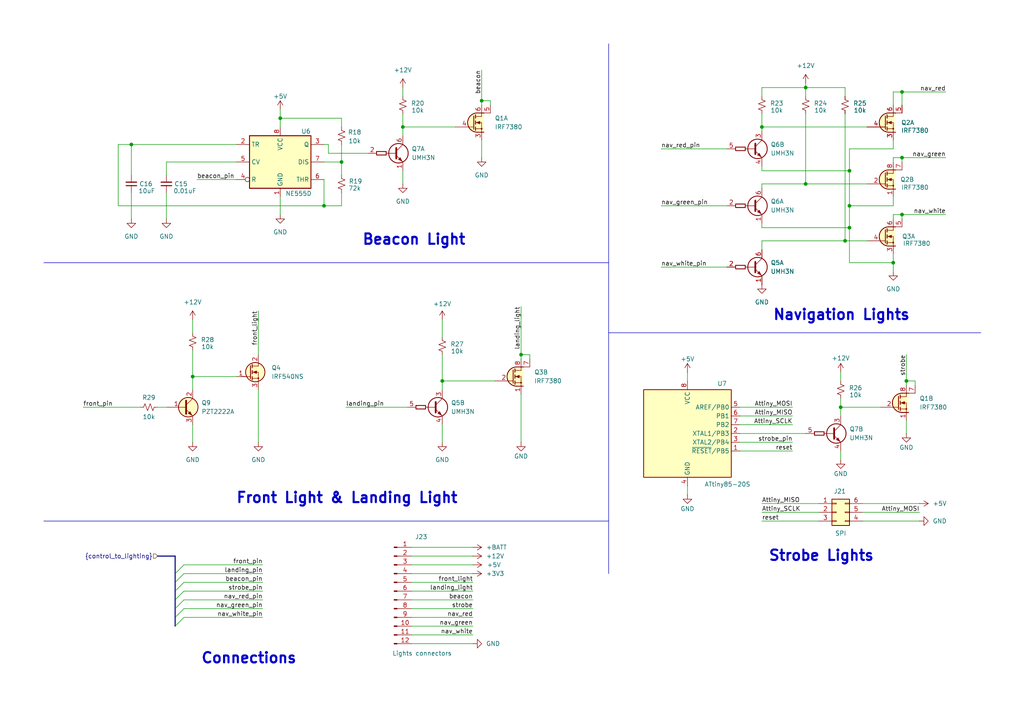
<source format=kicad_sch>
(kicad_sch (version 20231120) (generator "eeschema") (generator_version "8.0")
  (paper "A4")
  (title_block (title "Lighting Unit") (date "2024-07-07") (company "SCHOOL OF AIR DEFENCE  - TANGA"))
  (lib_symbols
    (symbol "Connector:Conn_01x12_Pin" (pin_names (offset 1.016) hide)
      (property "Reference" "J" (at 0 15.24 0))
      (property "Value" "Conn_01x12_Pin" (at 0 -17.78 0))
      (symbol "Conn_01x12_Pin_1_1"
        (polyline (pts (xy 1.27 -15.24) (xy 0.8636 -15.24)) (stroke (width 0.1524)))
        (polyline (pts (xy 1.27 -12.7) (xy 0.8636 -12.7)) (stroke (width 0.1524)))
        (polyline (pts (xy 1.27 -10.16) (xy 0.8636 -10.16)) (stroke (width 0.1524)))
        (polyline (pts (xy 1.27 -7.62) (xy 0.8636 -7.62)) (stroke (width 0.1524)))
        (polyline (pts (xy 1.27 -5.08) (xy 0.8636 -5.08)) (stroke (width 0.1524)))
        (polyline (pts (xy 1.27 -2.54) (xy 0.8636 -2.54)) (stroke (width 0.1524)))
        (polyline (pts (xy 1.27 0) (xy 0.8636 0)) (stroke (width 0.1524)))
        (polyline (pts (xy 1.27 2.54) (xy 0.8636 2.54)) (stroke (width 0.1524)))
        (polyline (pts (xy 1.27 5.08) (xy 0.8636 5.08)) (stroke (width 0.1524)))
        (polyline (pts (xy 1.27 7.62) (xy 0.8636 7.62)) (stroke (width 0.1524)))
        (polyline (pts (xy 1.27 10.16) (xy 0.8636 10.16)) (stroke (width 0.1524)))
        (polyline (pts (xy 1.27 12.7) (xy 0.8636 12.7)) (stroke (width 0.1524)))
        (rectangle (start 0.8636 -15.113) (end 0 -15.367) (stroke (width 0.1524)) (fill (type outline)))
        (rectangle (start 0.8636 -12.573) (end 0 -12.827) (stroke (width 0.1524)) (fill (type outline)))
        (rectangle (start 0.8636 -10.033) (end 0 -10.287) (stroke (width 0.1524)) (fill (type outline)))
        (rectangle (start 0.8636 -7.493) (end 0 -7.747) (stroke (width 0.1524)) (fill (type outline)))
        (rectangle (start 0.8636 -4.953) (end 0 -5.207) (stroke (width 0.1524)) (fill (type outline)))
        (rectangle (start 0.8636 -2.413) (end 0 -2.667) (stroke (width 0.1524)) (fill (type outline)))
        (rectangle (start 0.8636 0.127) (end 0 -0.127) (stroke (width 0.1524)) (fill (type outline)))
        (rectangle (start 0.8636 2.667) (end 0 2.413) (stroke (width 0.1524)) (fill (type outline)))
        (rectangle (start 0.8636 5.207) (end 0 4.953) (stroke (width 0.1524)) (fill (type outline)))
        (rectangle (start 0.8636 7.747) (end 0 7.493) (stroke (width 0.1524)) (fill (type outline)))
        (rectangle (start 0.8636 10.287) (end 0 10.033) (stroke (width 0.1524)) (fill (type outline)))
        (rectangle (start 0.8636 12.827) (end 0 12.573) (stroke (width 0.1524)) (fill (type outline)))
        (pin passive line (at 5.08 12.7 180) (length 3.81) (name "Pin_1") (number "1"))
        (pin passive line (at 5.08 -10.16 180) (length 3.81) (name "Pin_10") (number "10"))
        (pin passive line (at 5.08 -12.7 180) (length 3.81) (name "Pin_11") (number "11"))
        (pin passive line (at 5.08 -15.24 180) (length 3.81) (name "Pin_12") (number "12"))
        (pin passive line (at 5.08 10.16 180) (length 3.81) (name "Pin_2") (number "2"))
        (pin passive line (at 5.08 7.62 180) (length 3.81) (name "Pin_3") (number "3"))
        (pin passive line (at 5.08 5.08 180) (length 3.81) (name "Pin_4") (number "4"))
        (pin passive line (at 5.08 2.54 180) (length 3.81) (name "Pin_5") (number "5"))
        (pin passive line (at 5.08 0 180) (length 3.81) (name "Pin_6") (number "6"))
        (pin passive line (at 5.08 -2.54 180) (length 3.81) (name "Pin_7") (number "7"))
        (pin passive line (at 5.08 -5.08 180) (length 3.81) (name "Pin_8") (number "8"))
        (pin passive line (at 5.08 -7.62 180) (length 3.81) (name "Pin_9") (number "9"))
      )
    )
    (symbol "Connector_Generic:Conn_02x03_Counter_Clockwise" (pin_names (offset 1.016) hide)
      (property "Reference" "J" (at 1.27 5.08 0))
      (property "Value" "Conn_02x03_Counter_Clockwise" (at 1.27 -5.08 0))
      (symbol "Conn_02x03_Counter_Clockwise_1_1"
        (rectangle (start -1.27 -2.413) (end 0 -2.667) (stroke (width 0.1524)))
        (rectangle (start -1.27 0.127) (end 0 -0.127) (stroke (width 0.1524)))
        (rectangle (start -1.27 2.667) (end 0 2.413) (stroke (width 0.1524)))
        (rectangle (start -1.27 3.81) (end 3.81 -3.81) (stroke (width 0.254)) (fill (type background)))
        (rectangle (start 3.81 -2.413) (end 2.54 -2.667) (stroke (width 0.1524)))
        (rectangle (start 3.81 0.127) (end 2.54 -0.127) (stroke (width 0.1524)))
        (rectangle (start 3.81 2.667) (end 2.54 2.413) (stroke (width 0.1524)))
        (pin passive line (at -5.08 2.54 0) (length 3.81) (name "Pin_1") (number "1"))
        (pin passive line (at -5.08 0 0) (length 3.81) (name "Pin_2") (number "2"))
        (pin passive line (at -5.08 -2.54 0) (length 3.81) (name "Pin_3") (number "3"))
        (pin passive line (at 7.62 -2.54 180) (length 3.81) (name "Pin_4") (number "4"))
        (pin passive line (at 7.62 0 180) (length 3.81) (name "Pin_5") (number "5"))
        (pin passive line (at 7.62 2.54 180) (length 3.81) (name "Pin_6") (number "6"))
      )
    )
    (symbol "Device:C_Small" (pin_numbers hide) (pin_names (offset 0.254) hide)
      (property "Reference" "C" (at 0.254 1.778 0))
      (property "Value" "C_Small" (at 0.254 -2.032 0))
      (symbol "C_Small_0_1"
        (polyline (pts (xy -1.524 -0.508) (xy 1.524 -0.508)) (stroke (width 0.3302)))
        (polyline (pts (xy -1.524 0.508) (xy 1.524 0.508)) (stroke (width 0.3048)))
      )
      (symbol "C_Small_1_1"
        (pin passive line (at 0 2.54 270) (length 2.032) (name "~") (number "1"))
        (pin passive line (at 0 -2.54 90) (length 2.032) (name "~") (number "2"))
      )
    )
    (symbol "Device:R_Small_US" (pin_numbers hide) (pin_names (offset 0.254) hide)
      (property "Reference" "R" (at 0.762 0.508 0))
      (property "Value" "R_Small_US" (at 0.762 -1.016 0))
      (symbol "R_Small_US_1_1"
        (polyline (pts (xy 0 0) (xy 1.016 -0.381) (xy 0 -0.762) (xy -1.016 -1.143) (xy 0 -1.524)))
        (polyline (pts (xy 0 1.524) (xy 1.016 1.143) (xy 0 0.762) (xy -1.016 0.381) (xy 0 0)))
        (pin passive line (at 0 2.54 270) (length 1.016) (name "~") (number "1"))
        (pin passive line (at 0 -2.54 90) (length 1.016) (name "~") (number "2"))
      )
    )
    (symbol "MCU_Microchip_ATtiny:ATtiny85-20S"
      (property "Reference" "U" (at -12.7 13.97 0))
      (property "Value" "ATtiny85-20S" (at 2.54 -13.97 0))
      (symbol "ATtiny85-20S_0_1"
        (rectangle (start -12.7 -12.7) (end 12.7 12.7) (stroke (width 0.254)) (fill (type background)))
      )
      (symbol "ATtiny85-20S_1_1"
        (pin bidirectional line (at 15.24 -5.08 180) (length 2.54) (name "~{RESET}/PB5") (number "1"))
        (pin bidirectional line (at 15.24 0 180) (length 2.54) (name "XTAL1/PB3") (number "2"))
        (pin bidirectional line (at 15.24 -2.54 180) (length 2.54) (name "XTAL2/PB4") (number "3"))
        (pin power_in line (at 0 -15.24 90) (length 2.54) (name "GND") (number "4"))
        (pin bidirectional line (at 15.24 7.62 180) (length 2.54) (name "AREF/PB0") (number "5"))
        (pin bidirectional line (at 15.24 5.08 180) (length 2.54) (name "PB1") (number "6"))
        (pin bidirectional line (at 15.24 2.54 180) (length 2.54) (name "PB2") (number "7"))
        (pin power_in line (at 0 15.24 270) (length 2.54) (name "VCC") (number "8"))
      )
    )
    (symbol "PCM_Transistor_BJT_AKL:PZT2222A" (pin_names hide)
      (property "Reference" "Q" (at 5.08 1.27 0))
      (property "Value" "PZT2222A" (at 5.08 -1.27 0))
      (symbol "PZT2222A_0_1"
        (polyline (pts (xy 0.635 0.635) (xy 2.54 2.54)))
        (polyline (pts (xy 0.635 -0.635) (xy 2.54 -2.54) (xy 2.54 -2.54)))
        (polyline (pts (xy 0.635 1.905) (xy 0.635 -1.905) (xy 0.635 -1.905)) (stroke (width 0.508)))
        (polyline (pts (xy 1.27 -1.778) (xy 1.778 -1.27) (xy 2.286 -2.286) (xy 1.27 -1.778) (xy 1.27 -1.778)) (fill (type outline)))
        (circle (center 1.27 0) (radius 2.8194) (stroke (width 0.254)) (fill (type background)))
      )
      (symbol "PZT2222A_1_1"
        (pin input line (at -5.08 0 0) (length 5.715) (name "B") (number "1"))
        (pin passive line (at 2.54 5.08 270) (length 2.54) (name "C") (number "2"))
        (pin passive line (at 2.54 -5.08 90) (length 2.54) (name "E") (number "3"))
      )
    )
    (symbol "PCM_Transistor_MOSFET_AKL:IRF540NS" (pin_names hide)
      (property "Reference" "Q" (at 5.08 1.27 0))
      (property "Value" "IRF540NS" (at 5.08 -1.27 0))
      (symbol "IRF540NS_0_1"
        (polyline (pts (xy 0.254 -1.27) (xy -2.54 -1.27)))
        (polyline (pts (xy 0.254 1.905) (xy 0.254 -1.905)) (stroke (width 0.254)))
        (polyline (pts (xy 0.762 -1.778) (xy 2.54 -1.778)))
        (polyline (pts (xy 0.762 -1.27) (xy 0.762 -2.286)) (stroke (width 0.254)))
        (polyline (pts (xy 0.762 0.508) (xy 0.762 -0.508)) (stroke (width 0.254)))
        (polyline (pts (xy 0.762 2.286) (xy 0.762 1.27)) (stroke (width 0.254)))
        (polyline (pts (xy 2.54 1.778) (xy 0.762 1.778)))
        (polyline (pts (xy 2.54 2.54) (xy 2.54 1.778)))
        (polyline (pts (xy 2.54 -2.54) (xy 2.54 0) (xy 0.762 0)))
        (polyline (pts (xy 1.016 0) (xy 2.032 0.381) (xy 2.032 -0.381) (xy 1.016 0)) (fill (type outline)))
        (circle (center 1.651 0) (radius 2.794) (stroke (width 0.254)) (fill (type background)))
        (circle (center 2.54 -1.778) (radius 0.1778) (fill (type outline)))
      )
      (symbol "IRF540NS_1_1"
        (pin input line (at -3.81 -1.27 0) (length 2.54) (name "G") (number "1"))
        (pin passive line (at 2.54 5.08 270) (length 2.54) (name "D") (number "2"))
        (pin passive line (at 2.54 -5.08 90) (length 2.54) (name "S") (number "3"))
      )
    )
    (symbol "PCM_Transistor_MOSFET_AKL:IRF7380" (pin_names (offset 1.016) hide)
      (property "Reference" "Q" (at 5.08 1.27 0))
      (property "Value" "IRF7380" (at 5.08 -1.27 0))
      (symbol "IRF7380_1_1"
        (polyline (pts (xy -1.016 1.905) (xy -1.016 -1.905)) (stroke (width 0.254)))
        (polyline (pts (xy -0.508 -1.778) (xy 1.27 -1.778)))
        (polyline (pts (xy -0.508 -1.27) (xy -0.508 -2.286)) (stroke (width 0.254)))
        (polyline (pts (xy -0.508 0.508) (xy -0.508 -0.508)) (stroke (width 0.254)))
        (polyline (pts (xy -0.508 2.286) (xy -0.508 1.27)) (stroke (width 0.254)))
        (polyline (pts (xy 0 -2.794) (xy 1.905 -2.794)) (stroke (width 0.254)))
        (polyline (pts (xy 0 2.794) (xy 1.905 2.794)) (stroke (width 0.254)))
        (polyline (pts (xy 1.27 1.778) (xy -0.508 1.778)))
        (polyline (pts (xy 1.27 2.54) (xy 1.27 1.778)))
        (polyline (pts (xy 1.27 2.54) (xy 1.27 2.794)))
        (polyline (pts (xy 3.81 2.794) (xy 1.27 2.794)))
        (polyline (pts (xy 1.27 -2.54) (xy 1.27 0) (xy -0.508 0)))
        (polyline (pts (xy -0.254 0) (xy 0.762 0.381) (xy 0.762 -0.381) (xy -0.254 0)) (fill (type outline)))
        (polyline (pts (xy 1.905 -2.794) (xy -0.254 -2.794) (xy -1.397 -2.413) (xy -2.286 -1.651) (xy -2.667 -0.762) (xy -2.794 0.127) (xy -2.54 1.143) (xy -2.032 1.905) (xy -1.397 2.413) (xy -0.508 2.794) (xy 1.905 2.794)) (fill (type background)))
        (arc (start 0 2.794) (mid -2.7819 0) (end 0 -2.794) (stroke (width 0.254)))
        (circle (center 1.27 -1.778) (radius 0.1778) (fill (type outline)))
        (pin passive line (at 1.27 -5.08 90) (length 2.54) (name "S1") (number "3"))
        (pin input line (at -6.35 -1.27 0) (length 5.207) (name "G1") (number "4"))
        (pin passive line (at 3.81 5.08 270) (length 2.286) (name "D1") (number "5"))
        (pin passive line (at 1.27 5.08 270) (length 2.286) (name "D1") (number "6"))
      )
      (symbol "IRF7380_2_1"
        (polyline (pts (xy -1.016 1.905) (xy -1.016 -1.905)) (stroke (width 0.254)))
        (polyline (pts (xy -0.508 -1.778) (xy 1.27 -1.778)))
        (polyline (pts (xy -0.508 -1.27) (xy -0.508 -2.286)) (stroke (width 0.254)))
        (polyline (pts (xy -0.508 0.508) (xy -0.508 -0.508)) (stroke (width 0.254)))
        (polyline (pts (xy -0.508 2.286) (xy -0.508 1.27)) (stroke (width 0.254)))
        (polyline (pts (xy 0 -2.794) (xy 1.905 -2.794)) (stroke (width 0.254)))
        (polyline (pts (xy 0 2.794) (xy 1.905 2.794)) (stroke (width 0.254)))
        (polyline (pts (xy 1.27 1.778) (xy -0.508 1.778)))
        (polyline (pts (xy 1.27 2.54) (xy 1.27 1.778)))
        (polyline (pts (xy 1.27 2.54) (xy 1.27 2.794)))
        (polyline (pts (xy 3.81 2.794) (xy 1.27 2.794)))
        (polyline (pts (xy 1.27 -2.54) (xy 1.27 0) (xy -0.508 0)))
        (polyline (pts (xy -0.254 0) (xy 0.762 0.381) (xy 0.762 -0.381) (xy -0.254 0)) (fill (type outline)))
        (polyline (pts (xy 1.905 -2.794) (xy -0.254 -2.794) (xy -1.397 -2.413) (xy -2.286 -1.651) (xy -2.667 -0.762) (xy -2.794 0.127) (xy -2.54 1.143) (xy -2.032 1.905) (xy -1.397 2.413) (xy -0.508 2.794) (xy 1.905 2.794)) (fill (type background)))
        (arc (start 0 2.794) (mid -2.7819 0) (end 0 -2.794) (stroke (width 0.254)))
        (circle (center 1.27 -1.778) (radius 0.1778) (fill (type outline)))
        (pin passive line (at 1.27 -5.08 90) (length 2.54) (name "S2") (number "1"))
        (pin input line (at -6.35 -1.27 0) (length 5.207) (name "G2") (number "2"))
        (pin passive line (at 3.81 5.08 270) (length 2.286) (name "D2") (number "7"))
        (pin passive line (at 1.27 5.08 270) (length 2.286) (name "D2") (number "8"))
      )
    )
    (symbol "Timer:NE555D"
      (property "Reference" "U" (at -10.16 8.89 0))
      (property "Value" "NE555D" (at 2.54 8.89 0))
      (symbol "NE555D_0_0"
        (pin power_in line (at 0 -10.16 90) (length 2.54) (name "GND") (number "1"))
        (pin power_in line (at 0 10.16 270) (length 2.54) (name "VCC") (number "8"))
      )
      (symbol "NE555D_0_1"
        (rectangle (start -8.89 -7.62) (end 8.89 7.62) (stroke (width 0.254)) (fill (type background)))
        (rectangle (start -8.89 -7.62) (end 8.89 7.62) (stroke (width 0.254)) (fill (type background)))
      )
      (symbol "NE555D_1_1"
        (pin input line (at -12.7 5.08 0) (length 3.81) (name "TR") (number "2"))
        (pin output line (at 12.7 5.08 180) (length 3.81) (name "Q") (number "3"))
        (pin input inverted (at -12.7 -5.08 0) (length 3.81) (name "R") (number "4"))
        (pin input line (at -12.7 0 0) (length 3.81) (name "CV") (number "5"))
        (pin input line (at 12.7 -5.08 180) (length 3.81) (name "THR") (number "6"))
        (pin input line (at 12.7 0 180) (length 3.81) (name "DIS") (number "7"))
      )
    )
    (symbol "Transistor_BJT:UMH3N" (pin_names hide)
      (property "Reference" "Q" (at 7.62 1.27 0))
      (property "Value" "UMH3N" (at 7.62 -1.27 0))
      (symbol "UMH3N_0_1"
        (polyline (pts (xy 3.175 0) (xy 0.254 0)))
        (polyline (pts (xy 3.175 0.635) (xy 5.08 2.54)))
        (polyline (pts (xy 3.175 1.524) (xy 3.175 -1.524)) (stroke (width 0.508)))
        (polyline (pts (xy 3.175 -0.635) (xy 5.08 -2.54) (xy 5.08 -2.54)))
        (polyline (pts (xy 3.81 -1.778) (xy 4.318 -1.27) (xy 4.826 -2.286) (xy 3.81 -1.778) (xy 3.81 -1.778)) (fill (type outline)))
        (rectangle (start 0.254 0.508) (end -2.54 -0.508) (stroke (width 0.254)))
        (circle (center 3.81 0) (radius 2.8194) (stroke (width 0.254)))
      )
      (symbol "UMH3N_1_1"
        (pin passive line (at 5.08 -5.08 90) (length 2.54) (name "E1") (number "1"))
        (pin input line (at -5.08 0 0) (length 2.54) (name "B1") (number "2"))
        (pin passive line (at 5.08 5.08 270) (length 2.54) (name "C1") (number "6"))
      )
      (symbol "UMH3N_2_1"
        (pin passive line (at 5.08 5.08 270) (length 2.54) (name "C2") (number "3"))
        (pin passive line (at 5.08 -5.08 90) (length 2.54) (name "E2") (number "4"))
        (pin input line (at -5.08 0 0) (length 2.54) (name "B2") (number "5"))
      )
    )
    (symbol "power:+12V" (power) (pin_numbers hide) (pin_names (offset 0) hide)
      (property "Value" "+12V" (at 0 3.556 0))
      (symbol "+12V_0_1"
        (polyline (pts (xy -0.762 1.27) (xy 0 2.54)))
        (polyline (pts (xy 0 0) (xy 0 2.54)))
        (polyline (pts (xy 0 2.54) (xy 0.762 1.27)))
      )
      (symbol "+12V_1_1"
        (pin power_in line (at 0 0 90) (length 0) (name "~") (number "1"))
      )
    )
    (symbol "power:+3V3" (power) (pin_numbers hide) (pin_names (offset 0) hide)
      (property "Value" "+3V3" (at 0 3.556 0))
      (symbol "+3V3_0_1"
        (polyline (pts (xy -0.762 1.27) (xy 0 2.54)))
        (polyline (pts (xy 0 0) (xy 0 2.54)))
        (polyline (pts (xy 0 2.54) (xy 0.762 1.27)))
      )
      (symbol "+3V3_1_1"
        (pin power_in line (at 0 0 90) (length 0) (name "~") (number "1"))
      )
    )
    (symbol "power:+5V" (power) (pin_numbers hide) (pin_names (offset 0) hide)
      (property "Value" "+5V" (at 0 3.556 0))
      (symbol "+5V_0_1"
        (polyline (pts (xy -0.762 1.27) (xy 0 2.54)))
        (polyline (pts (xy 0 0) (xy 0 2.54)))
        (polyline (pts (xy 0 2.54) (xy 0.762 1.27)))
      )
      (symbol "+5V_1_1"
        (pin power_in line (at 0 0 90) (length 0) (name "~") (number "1"))
      )
    )
    (symbol "power:+BATT" (power) (pin_numbers hide) (pin_names (offset 0) hide)
      (property "Value" "+BATT" (at 0 3.556 0))
      (symbol "+BATT_0_1"
        (polyline (pts (xy -0.762 1.27) (xy 0 2.54)))
        (polyline (pts (xy 0 0) (xy 0 2.54)))
        (polyline (pts (xy 0 2.54) (xy 0.762 1.27)))
      )
      (symbol "+BATT_1_1"
        (pin power_in line (at 0 0 90) (length 0) (name "~") (number "1"))
      )
    )
    (symbol "power:GND" (power) (pin_numbers hide) (pin_names (offset 0) hide)
      (property "Value" "GND" (at 0 -3.81 0))
      (symbol "GND_0_1"
        (polyline (pts (xy 0 0) (xy 0 -1.27) (xy 1.27 -1.27) (xy 0 -2.54) (xy -1.27 -1.27) (xy 0 -1.27)))
      )
      (symbol "GND_1_1"
        (pin power_in line (at 0 0 270) (length 0) (name "~") (number "1"))
      )
    )
  )
  (junction (at 55.88 109.22))
  (junction (at 233.68 53.34))
  (junction (at 38.1 41.91))
  (junction (at 246.38 49.53))
  (junction (at 151.13 102.87))
  (junction (at 246.38 66.04))
  (junction (at 259.08 76.2))
  (junction (at 261.62 45.72))
  (junction (at 139.7 29.21))
  (junction (at 245.11 69.85))
  (junction (at 262.89 110.49))
  (junction (at 81.28 34.29))
  (junction (at 116.84 36.83))
  (junction (at 128.27 110.49))
  (junction (at 261.62 26.67))
  (junction (at 99.06 46.99))
  (junction (at 220.98 36.83))
  (junction (at 243.84 118.11))
  (junction (at 93.98 59.69))
  (junction (at 261.62 62.23))
  (junction (at 233.68 25.4))
  (junction (at 246.38 59.69))
  (bus_entry (at 50.8 173.99) (size 2.54 -2.54))
  (bus_entry (at 50.8 181.61) (size 2.54 -2.54))
  (bus_entry (at 50.8 166.37) (size 2.54 -2.54))
  (bus_entry (at 50.8 179.07) (size 2.54 -2.54))
  (bus_entry (at 50.8 176.53) (size 2.54 -2.54))
  (bus_entry (at 50.8 171.45) (size 2.54 -2.54))
  (bus_entry (at 50.8 168.91) (size 2.54 -2.54))
  (wire (pts (xy 93.98 41.91) (xy 95.25 41.91)))
  (wire (pts (xy 214.63 128.27) (xy 229.87 128.27)))
  (wire (pts (xy 220.98 38.1) (xy 220.98 36.83)))
  (polyline (pts (xy 12.7 151.13) (xy 176.53 151.13)))
  (wire (pts (xy 259.08 73.66) (xy 259.08 76.2)))
  (wire (pts (xy 214.63 130.81) (xy 229.87 130.81)))
  (wire (pts (xy 243.84 118.11) (xy 255.27 118.11)))
  (wire (pts (xy 53.34 179.07) (xy 76.2 179.07)))
  (wire (pts (xy 100.33 118.11) (xy 118.11 118.11)))
  (wire (pts (xy 53.34 173.99) (xy 76.2 173.99)))
  (wire (pts (xy 74.93 90.17) (xy 74.93 102.87)))
  (wire (pts (xy 139.7 20.32) (xy 139.7 29.21)))
  (wire (pts (xy 81.28 57.15) (xy 81.28 62.23)))
  (wire (pts (xy 139.7 29.21) (xy 139.7 30.48)))
  (wire (pts (xy 259.08 62.23) (xy 259.08 63.5)))
  (wire (pts (xy 259.08 76.2) (xy 259.08 78.74)))
  (bus (pts (xy 50.8 171.45) (xy 50.8 173.99)))
  (wire (pts (xy 34.29 59.69) (xy 34.29 41.91)))
  (wire (pts (xy 246.38 43.18) (xy 259.08 43.18)))
  (wire (pts (xy 245.11 25.4) (xy 233.68 25.4)))
  (wire (pts (xy 220.98 49.53) (xy 246.38 49.53)))
  (wire (pts (xy 220.98 146.05) (xy 237.49 146.05)))
  (wire (pts (xy 119.38 184.15) (xy 137.16 184.15)))
  (wire (pts (xy 142.24 29.21) (xy 139.7 29.21)))
  (wire (pts (xy 246.38 59.69) (xy 259.08 59.69)))
  (polyline (pts (xy 176.53 12.7) (xy 176.53 166.37)))
  (wire (pts (xy 259.08 26.67) (xy 259.08 30.48)))
  (wire (pts (xy 116.84 36.83) (xy 116.84 39.37)))
  (wire (pts (xy 74.93 113.03) (xy 74.93 128.27)))
  (bus (pts (xy 50.8 179.07) (xy 50.8 181.61)))
  (wire (pts (xy 55.88 123.19) (xy 55.88 128.27)))
  (wire (pts (xy 262.89 121.92) (xy 262.89 125.73)))
  (wire (pts (xy 99.06 36.83) (xy 99.06 34.29)))
  (wire (pts (xy 220.98 148.59) (xy 237.49 148.59)))
  (wire (pts (xy 233.68 24.13) (xy 233.68 25.4)))
  (wire (pts (xy 262.89 110.49) (xy 262.89 111.76)))
  (wire (pts (xy 246.38 59.69) (xy 246.38 66.04)))
  (wire (pts (xy 259.08 59.69) (xy 259.08 57.15)))
  (wire (pts (xy 153.67 104.14) (xy 153.67 102.87)))
  (wire (pts (xy 214.63 125.73) (xy 233.68 125.73)))
  (wire (pts (xy 99.06 55.88) (xy 99.06 59.69)))
  (bus (pts (xy 50.8 161.29) (xy 50.8 166.37)))
  (wire (pts (xy 250.19 151.13) (xy 266.7 151.13)))
  (wire (pts (xy 38.1 55.88) (xy 38.1 63.5)))
  (wire (pts (xy 119.38 158.75) (xy 137.16 158.75)))
  (wire (pts (xy 151.13 88.9) (xy 151.13 102.87)))
  (wire (pts (xy 220.98 36.83) (xy 251.46 36.83)))
  (wire (pts (xy 243.84 118.11) (xy 243.84 120.65)))
  (wire (pts (xy 220.98 48.26) (xy 220.98 49.53)))
  (wire (pts (xy 119.38 168.91) (xy 137.16 168.91)))
  (wire (pts (xy 119.38 166.37) (xy 137.16 166.37)))
  (wire (pts (xy 95.25 41.91) (xy 95.25 44.45)))
  (bus (pts (xy 50.8 173.99) (xy 50.8 176.53)))
  (wire (pts (xy 243.84 130.81) (xy 243.84 133.35)))
  (wire (pts (xy 116.84 33.02) (xy 116.84 36.83)))
  (wire (pts (xy 259.08 62.23) (xy 261.62 62.23)))
  (wire (pts (xy 261.62 26.67) (xy 259.08 26.67)))
  (wire (pts (xy 259.08 43.18) (xy 259.08 40.64)))
  (wire (pts (xy 246.38 49.53) (xy 246.38 59.69)))
  (wire (pts (xy 265.43 111.76) (xy 265.43 110.49)))
  (wire (pts (xy 261.62 45.72) (xy 274.32 45.72)))
  (wire (pts (xy 259.08 45.72) (xy 259.08 46.99)))
  (polyline (pts (xy 176.53 96.52) (xy 284.48 96.52)))
  (wire (pts (xy 233.68 53.34) (xy 251.46 53.34)))
  (wire (pts (xy 119.38 161.29) (xy 137.16 161.29)))
  (wire (pts (xy 93.98 46.99) (xy 99.06 46.99)))
  (wire (pts (xy 151.13 102.87) (xy 153.67 102.87)))
  (wire (pts (xy 53.34 176.53) (xy 76.2 176.53)))
  (wire (pts (xy 220.98 69.85) (xy 245.11 69.85)))
  (wire (pts (xy 128.27 110.49) (xy 128.27 113.03)))
  (wire (pts (xy 214.63 120.65) (xy 229.87 120.65)))
  (wire (pts (xy 99.06 41.91) (xy 99.06 46.99)))
  (wire (pts (xy 119.38 176.53) (xy 137.16 176.53)))
  (wire (pts (xy 116.84 25.4) (xy 116.84 27.94)))
  (wire (pts (xy 220.98 66.04) (xy 246.38 66.04)))
  (wire (pts (xy 119.38 173.99) (xy 137.16 173.99)))
  (wire (pts (xy 139.7 40.64) (xy 139.7 45.72)))
  (wire (pts (xy 261.62 45.72) (xy 261.62 46.99)))
  (wire (pts (xy 81.28 31.75) (xy 81.28 34.29)))
  (wire (pts (xy 95.25 44.45) (xy 106.68 44.45)))
  (wire (pts (xy 220.98 54.61) (xy 220.98 53.34)))
  (wire (pts (xy 81.28 34.29) (xy 81.28 36.83)))
  (wire (pts (xy 142.24 30.48) (xy 142.24 29.21)))
  (wire (pts (xy 261.62 26.67) (xy 274.32 26.67)))
  (wire (pts (xy 119.38 181.61) (xy 137.16 181.61)))
  (wire (pts (xy 128.27 92.71) (xy 128.27 97.79)))
  (wire (pts (xy 128.27 110.49) (xy 143.51 110.49)))
  (wire (pts (xy 53.34 168.91) (xy 76.2 168.91)))
  (wire (pts (xy 220.98 53.34) (xy 233.68 53.34)))
  (wire (pts (xy 119.38 179.07) (xy 137.16 179.07)))
  (wire (pts (xy 220.98 25.4) (xy 220.98 27.94)))
  (wire (pts (xy 93.98 59.69) (xy 34.29 59.69)))
  (wire (pts (xy 243.84 107.95) (xy 243.84 110.49)))
  (wire (pts (xy 191.77 43.18) (xy 210.82 43.18)))
  (wire (pts (xy 199.39 140.97) (xy 199.39 143.51)))
  (wire (pts (xy 220.98 69.85) (xy 220.98 72.39)))
  (bus (pts (xy 50.8 176.53) (xy 50.8 179.07)))
  (wire (pts (xy 220.98 64.77) (xy 220.98 66.04)))
  (wire (pts (xy 93.98 52.07) (xy 93.98 59.69)))
  (wire (pts (xy 48.26 46.99) (xy 68.58 46.99)))
  (wire (pts (xy 53.34 171.45) (xy 76.2 171.45)))
  (wire (pts (xy 250.19 148.59) (xy 266.7 148.59)))
  (wire (pts (xy 55.88 92.71) (xy 55.88 96.52)))
  (wire (pts (xy 45.72 118.11) (xy 48.26 118.11)))
  (wire (pts (xy 99.06 46.99) (xy 99.06 50.8)))
  (wire (pts (xy 191.77 77.47) (xy 210.82 77.47)))
  (wire (pts (xy 34.29 41.91) (xy 38.1 41.91)))
  (wire (pts (xy 243.84 115.57) (xy 243.84 118.11)))
  (wire (pts (xy 233.68 25.4) (xy 220.98 25.4)))
  (wire (pts (xy 214.63 118.11) (xy 229.87 118.11)))
  (wire (pts (xy 99.06 59.69) (xy 93.98 59.69)))
  (wire (pts (xy 245.11 33.02) (xy 245.11 69.85)))
  (wire (pts (xy 119.38 186.69) (xy 137.16 186.69)))
  (wire (pts (xy 53.34 163.83) (xy 76.2 163.83)))
  (wire (pts (xy 119.38 171.45) (xy 137.16 171.45)))
  (wire (pts (xy 261.62 62.23) (xy 261.62 63.5)))
  (wire (pts (xy 245.11 69.85) (xy 251.46 69.85)))
  (wire (pts (xy 119.38 163.83) (xy 137.16 163.83)))
  (wire (pts (xy 38.1 41.91) (xy 38.1 50.8)))
  (wire (pts (xy 259.08 45.72) (xy 261.62 45.72)))
  (wire (pts (xy 116.84 49.53) (xy 116.84 53.34)))
  (bus (pts (xy 45.72 161.29) (xy 50.8 161.29)))
  (wire (pts (xy 262.89 110.49) (xy 265.43 110.49)))
  (wire (pts (xy 220.98 151.13) (xy 237.49 151.13)))
  (wire (pts (xy 48.26 50.8) (xy 48.26 46.99)))
  (wire (pts (xy 132.08 36.83) (xy 116.84 36.83)))
  (wire (pts (xy 55.88 101.6) (xy 55.88 109.22)))
  (wire (pts (xy 245.11 25.4) (xy 245.11 27.94)))
  (wire (pts (xy 199.39 107.95) (xy 199.39 110.49)))
  (wire (pts (xy 55.88 109.22) (xy 68.58 109.22)))
  (wire (pts (xy 246.38 43.18) (xy 246.38 49.53)))
  (wire (pts (xy 151.13 114.3) (xy 151.13 128.27)))
  (bus (pts (xy 50.8 168.91) (xy 50.8 171.45)))
  (wire (pts (xy 246.38 66.04) (xy 246.38 76.2)))
  (wire (pts (xy 53.34 166.37) (xy 76.2 166.37)))
  (wire (pts (xy 246.38 76.2) (xy 259.08 76.2)))
  (wire (pts (xy 262.89 102.87) (xy 262.89 110.49)))
  (wire (pts (xy 81.28 34.29) (xy 99.06 34.29)))
  (wire (pts (xy 261.62 62.23) (xy 274.32 62.23)))
  (wire (pts (xy 233.68 33.02) (xy 233.68 53.34)))
  (wire (pts (xy 55.88 109.22) (xy 55.88 113.03)))
  (wire (pts (xy 220.98 33.02) (xy 220.98 36.83)))
  (wire (pts (xy 128.27 123.19) (xy 128.27 128.27)))
  (wire (pts (xy 151.13 102.87) (xy 151.13 104.14)))
  (polyline (pts (xy 12.7 76.2) (xy 176.53 76.2)))
  (wire (pts (xy 57.15 52.07) (xy 68.58 52.07)))
  (wire (pts (xy 250.19 146.05) (xy 266.7 146.05)))
  (wire (pts (xy 48.26 55.88) (xy 48.26 63.5)))
  (wire (pts (xy 128.27 102.87) (xy 128.27 110.49)))
  (wire (pts (xy 233.68 25.4) (xy 233.68 27.94)))
  (wire (pts (xy 214.63 123.19) (xy 229.87 123.19)))
  (wire (pts (xy 191.77 59.69) (xy 210.82 59.69)))
  (wire (pts (xy 38.1 41.91) (xy 68.58 41.91)))
  (wire (pts (xy 24.13 118.11) (xy 40.64 118.11)))
  (wire (pts (xy 261.62 26.67) (xy 261.62 30.48)))
  (bus (pts (xy 50.8 166.37) (xy 50.8 168.91)))
  (text "Navigation Lights" (at 224.028 91.44 0) (effects (font (size 3 3) (bold yes)) (justify left)))
  (text "Beacon Light" (at 104.902 69.596 0) (effects (font (size 3 3) (bold yes)) (justify left)))
  (text "Front Light & Landing Light" (at 68.326 144.526 0) (effects (font (size 3 3) (bold yes)) (justify left)))
  (text "Connections" (at 58.166 191.008 0) (effects (font (size 3 3) (bold yes)) (justify left)))
  (text "Strobe Lights" (at 222.758 161.29 0) (effects (font (size 3 3) (bold yes)) (justify left)))
  (label "strobe_pin" (at 229.87 128.27 180))
  (label "nav_white_pin" (at 191.77 77.47 0))
  (label "Attiny_MOSI" (at 266.7 148.59 180))
  (label "nav_green" (at 274.32 45.72 180))
  (label "beacon_pin" (at 57.15 52.07 0))
  (label "Attiny_MISO" (at 220.98 146.05 0))
  (label "nav_red" (at 137.16 179.07 180))
  (label "landing_light" (at 151.13 88.9 270))
  (label "front_light" (at 74.93 90.17 270))
  (label "beacon" (at 139.7 20.32 270))
  (label "landing_pin" (at 100.33 118.11 0))
  (label "Attiny_MOSI" (at 229.87 118.11 180))
  (label "front_pin" (at 24.13 118.11 0))
  (label "nav_green_pin" (at 191.77 59.69 0))
  (label "strobe" (at 137.16 176.53 180))
  (label "reset" (at 229.87 130.81 180))
  (label "front_light" (at 137.16 168.91 180))
  (label "landing_light" (at 137.16 171.45 180))
  (label "nav_green" (at 137.16 181.61 180))
  (label "nav_red" (at 274.32 26.67 180))
  (label "nav_white" (at 137.16 184.15 180))
  (label "nav_green_pin" (at 76.2 176.53 180))
  (label "reset" (at 220.98 151.13 0))
  (label "strobe_pin" (at 76.2 171.45 180))
  (label "nav_red_pin" (at 76.2 173.99 180))
  (label "strobe" (at 262.89 102.87 270))
  (label "landing_pin" (at 76.2 166.37 180))
  (label "Attiny_SCLK" (at 220.98 148.59 0))
  (label "beacon_pin" (at 76.2 168.91 180))
  (label "Attiny_SCLK" (at 229.87 123.19 180))
  (label "nav_red_pin" (at 191.77 43.18 0))
  (label "nav_white_pin" (at 76.2 179.07 180))
  (label "nav_white" (at 274.32 62.23 180))
  (label "front_pin" (at 76.2 163.83 180))
  (label "Attiny_MISO" (at 229.87 120.65 180))
  (label "beacon" (at 137.16 173.99 180))
  (hierarchical_label "{control_to_lighting}" (shape input) (at 45.72 161.29 180))
  (symbol (lib_id "power:GND") (at 259.08 78.74 0) (unit 1)
    (property "Reference" "#PWR059" (effects (hide yes)))
    (property "Value" "GND" (at 259.08 83.82 0))
    (property "Description" "Power symbol creates a global label with name \"GND\" , ground" (effects (hide yes)))
  )
  (symbol (lib_id "Device:C_Small") (at 48.26 53.34 180) (unit 1)
    (property "Reference" "C15" (at 50.546 53.34 0) (effects (justify right)))
    (property "Value" "0.01uF" (at 50.292 55.372 0) (effects (justify right)))
    (property "Footprint" "Capacitor_SMD:C_0805_2012Metric_Pad1.18x1.45mm_HandSolder" (effects (hide yes)))
    (property "Description" "Unpolarized capacitor, small symbol" (effects (hide yes)))
  )
  (symbol (lib_id "power:+12V") (at 243.84 107.95 0) (unit 1)
    (property "Reference" "#PWR069" (effects (hide yes)))
    (property "Value" "+12V" (at 243.84 103.886 0))
    (property "Description" "Power symbol creates a global label with name \"+12V\"" (effects (hide yes)))
  )
  (symbol (lib_id "Device:R_Small_US") (at 245.11 30.48 180) (unit 1)
    (property "Reference" "R25" (at 249.428 29.972 0))
    (property "Value" "10k" (at 249.428 32.004 0))
    (property "Footprint" "Resistor_SMD:R_0805_2012Metric_Pad1.20x1.40mm_HandSolder" (effects (hide yes)))
    (property "Description" "Resistor, small US symbol" (effects (hide yes)))
  )
  (symbol (lib_id "MCU_Microchip_ATtiny:ATtiny85-20S") (at 199.39 125.73 0) (unit 1)
    (property "Reference" "U7" (at 210.82 111.252 0) (effects (justify right)))
    (property "Value" "ATtiny85-20S" (at 217.678 140.462 0) (effects (justify right)))
    (property "Footprint" "Package_SO:SOIC-8W_5.3x5.3mm_P1.27mm" (effects (hide yes)))
    (property "Datasheet" "http://ww1.microchip.com/downloads/en/DeviceDoc/atmel-2586-avr-8-bit-microcontroller-attiny25-attiny45-attiny85_datasheet.pdf" (effects (hide yes)))
    (property "Description" "20MHz, 8kB Flash, 512B SRAM, 512B EEPROM, debugWIRE, SOIC-8W" (effects (hide yes)))
  )
  (symbol (lib_id "power:GND") (at 48.26 63.5 0) (unit 1)
    (property "Reference" "#PWR051" (effects (hide yes)))
    (property "Value" "GND" (at 48.26 68.58 0))
    (property "Description" "Power symbol creates a global label with name \"GND\" , ground" (effects (hide yes)))
  )
  (symbol (lib_id "power:GND") (at 243.84 133.35 0) (unit 1)
    (property "Reference" "#PWR063" (effects (hide yes)))
    (property "Value" "GND" (at 243.84 137.414 0))
    (property "Description" "Power symbol creates a global label with name \"GND\" , ground" (effects (hide yes)))
  )
  (symbol (lib_id "power:GND") (at 137.16 186.69 90) (unit 1)
    (property "Reference" "#PWR078" (effects (hide yes)))
    (property "Value" "GND" (at 140.97 186.6899 90) (effects (justify right)))
    (property "Description" "Power symbol creates a global label with name \"GND\" , ground" (effects (hide yes)))
  )
  (symbol (lib_id "Transistor_BJT:UMH3N") (at 215.9 43.18 0) (unit 2)
    (property "Reference" "Q6" (at 223.52 41.9099 0) (effects (justify left)))
    (property "Value" "UMH3N" (at 223.52 44.4499 0) (effects (justify left)))
    (property "Footprint" "Package_TO_SOT_SMD:SOT-363_SC-70-6" (effects (hide yes)))
    (property "Datasheet" "http://rohmfs.rohm.com/en/products/databook/datasheet/discrete/transistor/digital/emh3t2r-e.pdf" (effects (hide yes)))
    (property "Description" "0.1A Ic, 50V Vce, Dual NPN Input Resistor Transistors, SOT-363" (effects (hide yes)))
  )
  (symbol (lib_id "PCM_Transistor_MOSFET_AKL:IRF7380") (at 257.81 35.56 0) (unit 1)
    (property "Reference" "Q2" (at 261.366 35.56 0) (effects (justify left)))
    (property "Value" "IRF7380" (at 261.366 37.846 0) (effects (justify left)))
    (property "Footprint" "Package_SO:SO-8_3.9x4.9mm_P1.27mm" (effects (hide yes)))
    (property "Datasheet" "https://www.tme.eu/Document/25c07b6faca389baf1dccd6b4c107b4f/irf7380pbf.pdf" (effects (hide yes)))
    (property "Description" "SO-8 Dual N-MOS enchancement mode transistor, 80V, 3.6A, 2W, Alternate KiCAD Library" (effects (hide yes)))
  )
  (symbol (lib_id "power:+12V") (at 199.39 107.95 0) (unit 1)
    (property "Reference" "#PWR058" (effects (hide yes)))
    (property "Value" "+5V" (at 197.358 104.14 0) (effects (justify left)))
    (property "Description" "Power symbol creates a global label with name \"+12V\"" (effects (hide yes)))
  )
  (symbol (lib_id "Device:R_Small_US") (at 128.27 100.33 180) (unit 1)
    (property "Reference" "R27" (at 132.588 99.822 0))
    (property "Value" "10k" (at 132.588 101.854 0))
    (property "Footprint" "Resistor_SMD:R_0805_2012Metric_Pad1.20x1.40mm_HandSolder" (effects (hide yes)))
    (property "Description" "Resistor, small US symbol" (effects (hide yes)))
  )
  (symbol (lib_id "PCM_Transistor_MOSFET_AKL:IRF7380") (at 257.81 52.07 0) (unit 2)
    (property "Reference" "Q2" (at 261.112 52.07 0) (effects (justify left)))
    (property "Value" "IRF7380" (at 261.366 54.356 0) (effects (justify left)))
    (property "Footprint" "Package_SO:SO-8_3.9x4.9mm_P1.27mm" (effects (hide yes)))
    (property "Datasheet" "https://www.tme.eu/Document/25c07b6faca389baf1dccd6b4c107b4f/irf7380pbf.pdf" (effects (hide yes)))
    (property "Description" "SO-8 Dual N-MOS enchancement mode transistor, 80V, 3.6A, 2W, Alternate KiCAD Library" (effects (hide yes)))
  )
  (symbol (lib_id "Transistor_BJT:UMH3N") (at 215.9 59.69 0) (unit 1)
    (property "Reference" "Q6" (at 223.52 58.4199 0) (effects (justify left)))
    (property "Value" "UMH3N" (at 223.52 60.9599 0) (effects (justify left)))
    (property "Footprint" "Package_TO_SOT_SMD:SOT-363_SC-70-6" (effects (hide yes)))
    (property "Datasheet" "http://rohmfs.rohm.com/en/products/databook/datasheet/discrete/transistor/digital/emh3t2r-e.pdf" (effects (hide yes)))
    (property "Description" "0.1A Ic, 50V Vce, Dual NPN Input Resistor Transistors, SOT-363" (effects (hide yes)))
  )
  (symbol (lib_id "power:+5V") (at 266.7 146.05 270) (unit 1)
    (property "Reference" "#PWR065" (effects (hide yes)))
    (property "Value" "+5V" (at 270.51 146.0499 90) (effects (justify left)))
    (property "Description" "Power symbol creates a global label with name \"+5V\"" (effects (hide yes)))
  )
  (symbol (lib_id "Device:R_Small_US") (at 55.88 99.06 180) (unit 1)
    (property "Reference" "R28" (at 60.198 98.552 0))
    (property "Value" "10k" (at 60.198 100.584 0))
    (property "Footprint" "Resistor_SMD:R_0805_2012Metric_Pad1.20x1.40mm_HandSolder" (effects (hide yes)))
    (property "Description" "Resistor, small US symbol" (effects (hide yes)))
  )
  (symbol (lib_id "power:GND") (at 55.88 128.27 0) (unit 1)
    (property "Reference" "#PWR072" (effects (hide yes)))
    (property "Value" "GND" (at 55.88 133.35 0))
    (property "Description" "Power symbol creates a global label with name \"GND\" , ground" (effects (hide yes)))
  )
  (symbol (lib_id "PCM_Transistor_MOSFET_AKL:IRF7380") (at 261.62 116.84 0) (unit 2)
    (property "Reference" "Q1" (at 266.7 115.5699 0) (effects (justify left)))
    (property "Value" "IRF7380" (at 266.7 118.1099 0) (effects (justify left)))
    (property "Footprint" "Package_SO:SO-8_3.9x4.9mm_P1.27mm" (effects (hide yes)))
    (property "Datasheet" "https://www.tme.eu/Document/25c07b6faca389baf1dccd6b4c107b4f/irf7380pbf.pdf" (effects (hide yes)))
    (property "Description" "SO-8 Dual N-MOS enchancement mode transistor, 80V, 3.6A, 2W, Alternate KiCAD Library" (effects (hide yes)))
  )
  (symbol (lib_id "power:GND") (at 151.13 128.27 0) (unit 1)
    (property "Reference" "#PWR068" (effects (hide yes)))
    (property "Value" "GND" (at 151.13 132.334 0))
    (property "Description" "Power symbol creates a global label with name \"GND\" , ground" (effects (hide yes)))
  )
  (symbol (lib_id "power:GND") (at 81.28 62.23 0) (unit 1)
    (property "Reference" "#PWR050" (effects (hide yes)))
    (property "Value" "GND" (at 81.28 67.31 0))
    (property "Description" "Power symbol creates a global label with name \"GND\" , ground" (effects (hide yes)))
  )
  (symbol (lib_id "power:GND") (at 199.39 143.51 0) (unit 1)
    (property "Reference" "#PWR057" (effects (hide yes)))
    (property "Value" "GND" (at 199.39 147.574 0))
    (property "Description" "Power symbol creates a global label with name \"GND\" , ground" (effects (hide yes)))
  )
  (symbol (lib_id "power:GND") (at 266.7 151.13 90) (unit 1)
    (property "Reference" "#PWR066" (effects (hide yes)))
    (property "Value" "GND" (at 270.51 151.1299 90) (effects (justify right)))
    (property "Description" "Power symbol creates a global label with name \"GND\" , ground" (effects (hide yes)))
  )
  (symbol (lib_id "power:GND") (at 139.7 45.72 0) (unit 1)
    (property "Reference" "#PWR055" (effects (hide yes)))
    (property "Value" "GND" (at 139.7 50.8 0))
    (property "Description" "Power symbol creates a global label with name \"GND\" , ground" (effects (hide yes)))
  )
  (symbol (lib_id "Device:R_Small_US") (at 233.68 30.48 180) (unit 1)
    (property "Reference" "R24" (at 237.998 29.972 0))
    (property "Value" "10k" (at 237.998 32.004 0))
    (property "Footprint" "Resistor_SMD:R_0805_2012Metric_Pad1.20x1.40mm_HandSolder" (effects (hide yes)))
    (property "Description" "Resistor, small US symbol" (effects (hide yes)))
  )
  (symbol (lib_id "Connector_Generic:Conn_02x03_Counter_Clockwise") (at 242.57 148.59 0) (unit 1)
    (property "Reference" "J21" (at 243.586 142.494 0))
    (property "Value" "SPI" (at 243.84 154.686 0))
    (property "Footprint" "Connector_PinHeader_2.54mm:PinHeader_2x03_P2.54mm_Vertical" (effects (hide yes)))
    (property "Description" "Generic connector, double row, 02x03, counter clockwise pin numbering scheme (similar to DIP package numbering), script generated (kicad-library-utils/schlib/autogen/connector/)" (effects (hide yes)))
  )
  (symbol (lib_id "power:+12V") (at 233.68 24.13 0) (unit 1)
    (property "Reference" "#PWR061" (effects (hide yes)))
    (property "Value" "+12V" (at 233.68 19.05 0))
    (property "Description" "Power symbol creates a global label with name \"+12V\"" (effects (hide yes)))
  )
  (symbol (lib_id "Transistor_BJT:UMH3N") (at 123.19 118.11 0) (unit 2)
    (property "Reference" "Q5" (at 130.81 116.8399 0) (effects (justify left)))
    (property "Value" "UMH3N" (at 130.81 119.3799 0) (effects (justify left)))
    (property "Footprint" "Package_TO_SOT_SMD:SOT-363_SC-70-6" (effects (hide yes)))
    (property "Datasheet" "http://rohmfs.rohm.com/en/products/databook/datasheet/discrete/transistor/digital/emh3t2r-e.pdf" (effects (hide yes)))
    (property "Description" "0.1A Ic, 50V Vce, Dual NPN Input Resistor Transistors, SOT-363" (effects (hide yes)))
  )
  (symbol (lib_id "PCM_Transistor_MOSFET_AKL:IRF7380") (at 257.81 68.58 0) (unit 1)
    (property "Reference" "Q3" (at 261.62 68.58 0) (effects (justify left)))
    (property "Value" "IRF7380" (at 261.874 70.612 0) (effects (justify left)))
    (property "Footprint" "Package_SO:SO-8_3.9x4.9mm_P1.27mm" (effects (hide yes)))
    (property "Datasheet" "https://www.tme.eu/Document/25c07b6faca389baf1dccd6b4c107b4f/irf7380pbf.pdf" (effects (hide yes)))
    (property "Description" "SO-8 Dual N-MOS enchancement mode transistor, 80V, 3.6A, 2W, Alternate KiCAD Library" (effects (hide yes)))
  )
  (symbol (lib_id "power:+12V") (at 128.27 92.71 0) (unit 1)
    (property "Reference" "#PWR070" (effects (hide yes)))
    (property "Value" "+12V" (at 128.27 88.138 0))
    (property "Description" "Power symbol creates a global label with name \"+12V\"" (effects (hide yes)))
  )
  (symbol (lib_id "Transistor_BJT:UMH3N") (at 111.76 44.45 0) (unit 1)
    (property "Reference" "Q7" (at 119.38 43.1799 0) (effects (justify left)))
    (property "Value" "UMH3N" (at 119.38 45.7199 0) (effects (justify left)))
    (property "Footprint" "Package_TO_SOT_SMD:SOT-363_SC-70-6" (effects (hide yes)))
    (property "Datasheet" "http://rohmfs.rohm.com/en/products/databook/datasheet/discrete/transistor/digital/emh3t2r-e.pdf" (effects (hide yes)))
    (property "Description" "0.1A Ic, 50V Vce, Dual NPN Input Resistor Transistors, SOT-363" (effects (hide yes)))
  )
  (symbol (lib_id "Device:R_Small_US") (at 99.06 39.37 180) (unit 1)
    (property "Reference" "R18" (at 102.87 38.354 0))
    (property "Value" "10k" (at 102.87 40.894 0))
    (property "Footprint" "Resistor_SMD:R_0805_2012Metric_Pad1.20x1.40mm_HandSolder" (effects (hide yes)))
    (property "Description" "Resistor, small US symbol" (effects (hide yes)))
  )
  (symbol (lib_id "power:GND") (at 74.93 128.27 0) (unit 1)
    (property "Reference" "#PWR073" (effects (hide yes)))
    (property "Value" "GND" (at 74.93 133.35 0))
    (property "Description" "Power symbol creates a global label with name \"GND\" , ground" (effects (hide yes)))
  )
  (symbol (lib_id "Device:C_Small") (at 38.1 53.34 180) (unit 1)
    (property "Reference" "C16" (at 40.386 53.34 0) (effects (justify right)))
    (property "Value" "10uF" (at 40.132 55.372 0) (effects (justify right)))
    (property "Footprint" "Capacitor_SMD:C_0805_2012Metric_Pad1.18x1.45mm_HandSolder" (effects (hide yes)))
    (property "Description" "Unpolarized capacitor, small symbol" (effects (hide yes)))
  )
  (symbol (lib_id "Device:R_Small_US") (at 43.18 118.11 270) (unit 1)
    (property "Reference" "R29" (at 43.18 115.316 90))
    (property "Value" "10k" (at 43.18 120.904 90))
    (property "Footprint" "Resistor_SMD:R_0805_2012Metric_Pad1.20x1.40mm_HandSolder" (effects (hide yes)))
    (property "Description" "Resistor, small US symbol" (effects (hide yes)))
  )
  (symbol (lib_id "power:+3V3") (at 137.16 166.37 270) (unit 1)
    (property "Reference" "#PWR076" (effects (hide yes)))
    (property "Value" "+3V3" (at 140.97 166.3699 90) (effects (justify left)))
    (property "Description" "Power symbol creates a global label with name \"+3V3\"" (effects (hide yes)))
  )
  (symbol (lib_id "Connector:Conn_01x12_Pin") (at 114.3 171.45 0) (unit 1)
    (property "Reference" "J23" (at 122.174 155.702 0))
    (property "Value" "Lights connectors" (at 122.428 189.484 0))
    (property "Footprint" "Connector_PinHeader_2.54mm:PinHeader_2x06_P2.54mm_Horizontal" (effects (hide yes)))
    (property "Description" "Generic connector, single row, 01x12, script generated" (effects (hide yes)))
  )
  (symbol (lib_id "PCM_Transistor_BJT_AKL:PZT2222A") (at 53.34 118.11 0) (unit 1)
    (property "Reference" "Q9" (at 58.42 116.8399 0) (effects (justify left)))
    (property "Value" "PZT2222A" (at 58.42 119.3799 0) (effects (justify left)))
    (property "Footprint" "Package_TO_SOT_SMD:SOT-223-3_TabPin2" (effects (hide yes)))
    (property "Datasheet" "https://www.tme.eu/Document/8cf0701d57e2839da7a4ad1ce8245d70/PZT2222A.pdf" (effects (hide yes)))
    (property "Description" "NPN SOT-223 transistor, 40V, 600mA, 1.15W, Alternate KiCAD Library" (effects (hide yes)))
  )
  (symbol (lib_id "power:GND") (at 220.98 82.55 0) (unit 1)
    (property "Reference" "#PWR060" (effects (hide yes)))
    (property "Value" "GND" (at 220.98 87.63 0))
    (property "Description" "Power symbol creates a global label with name \"GND\" , ground" (effects (hide yes)))
  )
  (symbol (lib_id "Device:R_Small_US") (at 243.84 113.03 180) (unit 1)
    (property "Reference" "R26" (at 248.158 112.522 0))
    (property "Value" "10k" (at 248.158 114.554 0))
    (property "Footprint" "Resistor_SMD:R_0805_2012Metric_Pad1.20x1.40mm_HandSolder" (effects (hide yes)))
    (property "Description" "Resistor, small US symbol" (effects (hide yes)))
  )
  (symbol (lib_id "power:+12V") (at 116.84 25.4 0) (unit 1)
    (property "Reference" "#PWR071" (effects (hide yes)))
    (property "Value" "+12V" (at 116.84 20.32 0))
    (property "Description" "Power symbol creates a global label with name \"+12V\"" (effects (hide yes)))
  )
  (symbol (lib_id "power:GND") (at 116.84 53.34 0) (unit 1)
    (property "Reference" "#PWR054" (effects (hide yes)))
    (property "Value" "GND" (at 116.84 58.42 0))
    (property "Description" "Power symbol creates a global label with name \"GND\" , ground" (effects (hide yes)))
  )
  (symbol (lib_id "power:GND") (at 128.27 128.27 0) (unit 1)
    (property "Reference" "#PWR062" (effects (hide yes)))
    (property "Value" "GND" (at 128.27 133.35 0))
    (property "Description" "Power symbol creates a global label with name \"GND\" , ground" (effects (hide yes)))
  )
  (symbol (lib_id "Transistor_BJT:UMH3N") (at 215.9 77.47 0) (unit 1)
    (property "Reference" "Q5" (at 223.52 76.1999 0) (effects (justify left)))
    (property "Value" "UMH3N" (at 223.52 78.7399 0) (effects (justify left)))
    (property "Footprint" "Package_TO_SOT_SMD:SOT-363_SC-70-6" (effects (hide yes)))
    (property "Datasheet" "http://rohmfs.rohm.com/en/products/databook/datasheet/discrete/transistor/digital/emh3t2r-e.pdf" (effects (hide yes)))
    (property "Description" "0.1A Ic, 50V Vce, Dual NPN Input Resistor Transistors, SOT-363" (effects (hide yes)))
  )
  (symbol (lib_id "Timer:NE555D") (at 81.28 46.99 0) (unit 1)
    (property "Reference" "U6" (at 87.376 38.1 0) (effects (justify left)))
    (property "Value" "NE555D" (at 82.804 56.134 0) (effects (justify left)))
    (property "Footprint" "Package_SO:SOIC-8_3.9x4.9mm_P1.27mm" (effects (hide yes)))
    (property "Datasheet" "http://www.ti.com/lit/ds/symlink/ne555.pdf" (effects (hide yes)))
    (property "Description" "Precision Timers, 555 compatible, SOIC-8" (effects (hide yes)))
  )
  (symbol (lib_id "Device:R_Small_US") (at 116.84 30.48 180) (unit 1)
    (property "Reference" "R20" (at 121.158 29.972 0))
    (property "Value" "10k" (at 121.158 32.004 0))
    (property "Footprint" "Resistor_SMD:R_0805_2012Metric_Pad1.20x1.40mm_HandSolder" (effects (hide yes)))
    (property "Description" "Resistor, small US symbol" (effects (hide yes)))
  )
  (symbol (lib_id "power:+12V") (at 137.16 161.29 270) (unit 1)
    (property "Reference" "#PWR074" (effects (hide yes)))
    (property "Value" "+12V" (at 140.97 161.2899 90) (effects (justify left)))
    (property "Description" "Power symbol creates a global label with name \"+12V\"" (effects (hide yes)))
  )
  (symbol (lib_id "Device:R_Small_US") (at 99.06 53.34 180) (unit 1)
    (property "Reference" "R19" (at 103.124 52.578 0))
    (property "Value" "72k" (at 102.87 54.61 0))
    (property "Footprint" "Resistor_SMD:R_0805_2012Metric_Pad1.20x1.40mm_HandSolder" (effects (hide yes)))
    (property "Description" "Resistor, small US symbol" (effects (hide yes)))
  )
  (symbol (lib_id "power:GND") (at 38.1 63.5 0) (unit 1)
    (property "Reference" "#PWR052" (effects (hide yes)))
    (property "Value" "GND" (at 38.1 68.58 0))
    (property "Description" "Power symbol creates a global label with name \"GND\" , ground" (effects (hide yes)))
  )
  (symbol (lib_id "PCM_Transistor_MOSFET_AKL:IRF7380") (at 138.43 35.56 0) (unit 1)
    (property "Reference" "Q1" (at 143.51 34.2899 0) (effects (justify left)))
    (property "Value" "IRF7380" (at 143.51 36.8299 0) (effects (justify left)))
    (property "Footprint" "Package_SO:SO-8_3.9x4.9mm_P1.27mm" (effects (hide yes)))
    (property "Datasheet" "https://www.tme.eu/Document/25c07b6faca389baf1dccd6b4c107b4f/irf7380pbf.pdf" (effects (hide yes)))
    (property "Description" "SO-8 Dual N-MOS enchancement mode transistor, 80V, 3.6A, 2W, Alternate KiCAD Library" (effects (hide yes)))
  )
  (symbol (lib_id "power:GND") (at 262.89 125.73 0) (unit 1)
    (property "Reference" "#PWR064" (effects (hide yes)))
    (property "Value" "GND" (at 262.89 129.794 0))
    (property "Description" "Power symbol creates a global label with name \"GND\" , ground" (effects (hide yes)))
  )
  (symbol (lib_id "power:+BATT") (at 137.16 158.75 270) (unit 1)
    (property "Reference" "#PWR077" (effects (hide yes)))
    (property "Value" "+BATT" (at 140.97 158.7499 90) (effects (justify left)))
    (property "Description" "Power symbol creates a global label with name \"+BATT\"" (effects (hide yes)))
  )
  (symbol (lib_id "power:+12V") (at 137.16 163.83 270) (unit 1)
    (property "Reference" "#PWR075" (effects (hide yes)))
    (property "Value" "+5V" (at 141.224 163.83 90) (effects (justify left)))
    (property "Description" "Power symbol creates a global label with name \"+12V\"" (effects (hide yes)))
  )
  (symbol (lib_id "PCM_Transistor_MOSFET_AKL:IRF7380") (at 149.86 109.22 0) (unit 2)
    (property "Reference" "Q3" (at 154.94 107.9499 0) (effects (justify left)))
    (property "Value" "IRF7380" (at 154.94 110.4899 0) (effects (justify left)))
    (property "Footprint" "Package_SO:SO-8_3.9x4.9mm_P1.27mm" (effects (hide yes)))
    (property "Datasheet" "https://www.tme.eu/Document/25c07b6faca389baf1dccd6b4c107b4f/irf7380pbf.pdf" (effects (hide yes)))
    (property "Description" "SO-8 Dual N-MOS enchancement mode transistor, 80V, 3.6A, 2W, Alternate KiCAD Library" (effects (hide yes)))
  )
  (symbol (lib_id "Device:R_Small_US") (at 220.98 30.48 180) (unit 1)
    (property "Reference" "R23" (at 225.298 29.972 0))
    (property "Value" "10k" (at 225.298 32.004 0))
    (property "Footprint" "Resistor_SMD:R_0805_2012Metric_Pad1.20x1.40mm_HandSolder" (effects (hide yes)))
    (property "Description" "Resistor, small US symbol" (effects (hide yes)))
  )
  (symbol (lib_id "PCM_Transistor_MOSFET_AKL:IRF540NS") (at 72.39 107.95 0) (unit 1)
    (property "Reference" "Q4" (at 78.74 106.6799 0) (effects (justify left)))
    (property "Value" "IRF540NS" (at 78.74 109.2199 0) (effects (justify left)))
    (property "Footprint" "Package_TO_SOT_SMD:TO-263-2" (effects (hide yes)))
    (property "Datasheet" "https://www.tme.eu/Document/970cb1dae4f7192abb4280bc92498dc4/irf540ns.pdf" (effects (hide yes)))
    (property "Description" "TO-263 N-MOSFET enchancement mode transistor, 100V, 33A, 130W, Alternate KiCAD Library" (effects (hide yes)))
  )
  (symbol (lib_id "power:+12V") (at 55.88 92.71 0) (unit 1)
    (property "Reference" "#PWR067" (effects (hide yes)))
    (property "Value" "+12V" (at 55.88 87.63 0))
    (property "Description" "Power symbol creates a global label with name \"+12V\"" (effects (hide yes)))
  )
  (symbol (lib_id "Transistor_BJT:UMH3N") (at 238.76 125.73 0) (unit 2)
    (property "Reference" "Q7" (at 246.38 124.4599 0) (effects (justify left)))
    (property "Value" "UMH3N" (at 246.38 126.9999 0) (effects (justify left)))
    (property "Footprint" "Package_TO_SOT_SMD:SOT-363_SC-70-6" (effects (hide yes)))
    (property "Datasheet" "http://rohmfs.rohm.com/en/products/databook/datasheet/discrete/transistor/digital/emh3t2r-e.pdf" (effects (hide yes)))
    (property "Description" "0.1A Ic, 50V Vce, Dual NPN Input Resistor Transistors, SOT-363" (effects (hide yes)))
  )
  (symbol (lib_id "power:+12V") (at 81.28 31.75 0) (unit 1)
    (property "Reference" "#PWR053" (effects (hide yes)))
    (property "Value" "+5V" (at 79.248 27.94 0) (effects (justify left)))
    (property "Description" "Power symbol creates a global label with name \"+12V\"" (effects (hide yes)))
  )
)
</source>
